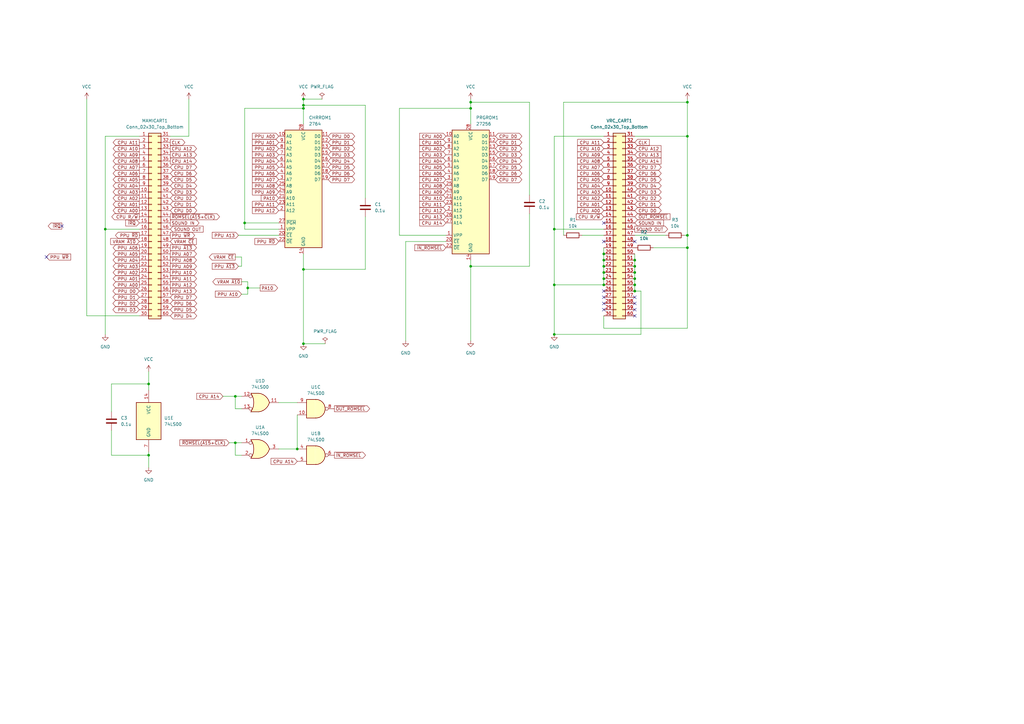
<source format=kicad_sch>
(kicad_sch (version 20230121) (generator eeschema)
  (paper "A3")
  (lib_symbols
    (symbol "74xx:74LS00" (pin_names (offset 1.016))
      (property "Reference" "U" (at 0 1.27 0))
      (property "Value" "74LS00" (at 0 -1.27 0))
      (symbol "74LS00_1_1"
        (arc (start 0 -3.81) (mid 3.7934 0) (end 0 3.81) (stroke (width 0.254)) (fill (type background)))
        (polyline (pts (xy 0 3.81) (xy -3.81 3.81) (xy -3.81 -3.81) (xy 0 -3.81)) (stroke (width 0.254)) (fill (type background)))
        (pin input line (at -7.62 2.54 0) (length 3.81) (name "~") (number "1"))
        (pin input line (at -7.62 -2.54 0) (length 3.81) (name "~") (number "2"))
        (pin output inverted (at 7.62 0 180) (length 3.81) (name "~") (number "3"))
      )
      (symbol "74LS00_1_2"
        (arc (start -3.81 -3.81) (mid -2.589 0) (end -3.81 3.81) (stroke (width 0.254)))
        (arc (start -0.6096 -3.81) (mid 2.1842 -2.5851) (end 3.81 0) (stroke (width 0.254)) (fill (type background)))
        (polyline (pts (xy -3.81 -3.81) (xy -0.635 -3.81)) (stroke (width 0.254)) (fill (type background)))
        (polyline (pts (xy -3.81 3.81) (xy -0.635 3.81)) (stroke (width 0.254)) (fill (type background)))
        (polyline (pts (xy -0.635 3.81) (xy -3.81 3.81) (xy -3.81 3.81) (xy -3.556 3.4036) (xy -3.0226 2.2606) (xy -2.6924 1.0414) (xy -2.6162 -0.254) (xy -2.7686 -1.4986) (xy -3.175 -2.7178) (xy -3.81 -3.81) (xy -3.81 -3.81) (xy -0.635 -3.81)) (stroke (width -25.4)) (fill (type background)))
        (arc (start 3.81 0) (mid 2.1915 2.5936) (end -0.6096 3.81) (stroke (width 0.254)) (fill (type background)))
        (pin input inverted (at -7.62 2.54 0) (length 4.318) (name "~") (number "1"))
        (pin input inverted (at -7.62 -2.54 0) (length 4.318) (name "~") (number "2"))
        (pin output line (at 7.62 0 180) (length 3.81) (name "~") (number "3"))
      )
      (symbol "74LS00_2_1"
        (arc (start 0 -3.81) (mid 3.7934 0) (end 0 3.81) (stroke (width 0.254)) (fill (type background)))
        (polyline (pts (xy 0 3.81) (xy -3.81 3.81) (xy -3.81 -3.81) (xy 0 -3.81)) (stroke (width 0.254)) (fill (type background)))
        (pin input line (at -7.62 2.54 0) (length 3.81) (name "~") (number "4"))
        (pin input line (at -7.62 -2.54 0) (length 3.81) (name "~") (number "5"))
        (pin output inverted (at 7.62 0 180) (length 3.81) (name "~") (number "6"))
      )
      (symbol "74LS00_2_2"
        (arc (start -3.81 -3.81) (mid -2.589 0) (end -3.81 3.81) (stroke (width 0.254)))
        (arc (start -0.6096 -3.81) (mid 2.1842 -2.5851) (end 3.81 0) (stroke (width 0.254)) (fill (type background)))
        (polyline (pts (xy -3.81 -3.81) (xy -0.635 -3.81)) (stroke (width 0.254)) (fill (type background)))
        (polyline (pts (xy -3.81 3.81) (xy -0.635 3.81)) (stroke (width 0.254)) (fill (type background)))
        (polyline (pts (xy -0.635 3.81) (xy -3.81 3.81) (xy -3.81 3.81) (xy -3.556 3.4036) (xy -3.0226 2.2606) (xy -2.6924 1.0414) (xy -2.6162 -0.254) (xy -2.7686 -1.4986) (xy -3.175 -2.7178) (xy -3.81 -3.81) (xy -3.81 -3.81) (xy -0.635 -3.81)) (stroke (width -25.4)) (fill (type background)))
        (arc (start 3.81 0) (mid 2.1915 2.5936) (end -0.6096 3.81) (stroke (width 0.254)) (fill (type background)))
        (pin input inverted (at -7.62 2.54 0) (length 4.318) (name "~") (number "4"))
        (pin input inverted (at -7.62 -2.54 0) (length 4.318) (name "~") (number "5"))
        (pin output line (at 7.62 0 180) (length 3.81) (name "~") (number "6"))
      )
      (symbol "74LS00_3_1"
        (arc (start 0 -3.81) (mid 3.7934 0) (end 0 3.81) (stroke (width 0.254)) (fill (type background)))
        (polyline (pts (xy 0 3.81) (xy -3.81 3.81) (xy -3.81 -3.81) (xy 0 -3.81)) (stroke (width 0.254)) (fill (type background)))
        (pin input line (at -7.62 -2.54 0) (length 3.81) (name "~") (number "10"))
        (pin output inverted (at 7.62 0 180) (length 3.81) (name "~") (number "8"))
        (pin input line (at -7.62 2.54 0) (length 3.81) (name "~") (number "9"))
      )
      (symbol "74LS00_3_2"
        (arc (start -3.81 -3.81) (mid -2.589 0) (end -3.81 3.81) (stroke (width 0.254)))
        (arc (start -0.6096 -3.81) (mid 2.1842 -2.5851) (end 3.81 0) (stroke (width 0.254)) (fill (type background)))
        (polyline (pts (xy -3.81 -3.81) (xy -0.635 -3.81)) (stroke (width 0.254)) (fill (type background)))
        (polyline (pts (xy -3.81 3.81) (xy -0.635 3.81)) (stroke (width 0.254)) (fill (type background)))
        (polyline (pts (xy -0.635 3.81) (xy -3.81 3.81) (xy -3.81 3.81) (xy -3.556 3.4036) (xy -3.0226 2.2606) (xy -2.6924 1.0414) (xy -2.6162 -0.254) (xy -2.7686 -1.4986) (xy -3.175 -2.7178) (xy -3.81 -3.81) (xy -3.81 -3.81) (xy -0.635 -3.81)) (stroke (width -25.4)) (fill (type background)))
        (arc (start 3.81 0) (mid 2.1915 2.5936) (end -0.6096 3.81) (stroke (width 0.254)) (fill (type background)))
        (pin input inverted (at -7.62 -2.54 0) (length 4.318) (name "~") (number "10"))
        (pin output line (at 7.62 0 180) (length 3.81) (name "~") (number "8"))
        (pin input inverted (at -7.62 2.54 0) (length 4.318) (name "~") (number "9"))
      )
      (symbol "74LS00_4_1"
        (arc (start 0 -3.81) (mid 3.7934 0) (end 0 3.81) (stroke (width 0.254)) (fill (type background)))
        (polyline (pts (xy 0 3.81) (xy -3.81 3.81) (xy -3.81 -3.81) (xy 0 -3.81)) (stroke (width 0.254)) (fill (type background)))
        (pin output inverted (at 7.62 0 180) (length 3.81) (name "~") (number "11"))
        (pin input line (at -7.62 2.54 0) (length 3.81) (name "~") (number "12"))
        (pin input line (at -7.62 -2.54 0) (length 3.81) (name "~") (number "13"))
      )
      (symbol "74LS00_4_2"
        (arc (start -3.81 -3.81) (mid -2.589 0) (end -3.81 3.81) (stroke (width 0.254)))
        (arc (start -0.6096 -3.81) (mid 2.1842 -2.5851) (end 3.81 0) (stroke (width 0.254)) (fill (type background)))
        (polyline (pts (xy -3.81 -3.81) (xy -0.635 -3.81)) (stroke (width 0.254)) (fill (type background)))
        (polyline (pts (xy -3.81 3.81) (xy -0.635 3.81)) (stroke (width 0.254)) (fill (type background)))
        (polyline (pts (xy -0.635 3.81) (xy -3.81 3.81) (xy -3.81 3.81) (xy -3.556 3.4036) (xy -3.0226 2.2606) (xy -2.6924 1.0414) (xy -2.6162 -0.254) (xy -2.7686 -1.4986) (xy -3.175 -2.7178) (xy -3.81 -3.81) (xy -3.81 -3.81) (xy -0.635 -3.81)) (stroke (width -25.4)) (fill (type background)))
        (arc (start 3.81 0) (mid 2.1915 2.5936) (end -0.6096 3.81) (stroke (width 0.254)) (fill (type background)))
        (pin output line (at 7.62 0 180) (length 3.81) (name "~") (number "11"))
        (pin input inverted (at -7.62 2.54 0) (length 4.318) (name "~") (number "12"))
        (pin input inverted (at -7.62 -2.54 0) (length 4.318) (name "~") (number "13"))
      )
      (symbol "74LS00_5_0"
        (pin power_in line (at 0 12.7 270) (length 5.08) (name "VCC") (number "14"))
        (pin power_in line (at 0 -12.7 90) (length 5.08) (name "GND") (number "7"))
      )
      (symbol "74LS00_5_1"
        (rectangle (start -5.08 7.62) (end 5.08 -7.62) (stroke (width 0.254)) (fill (type background)))
      )
    )
    (symbol "Connector_Generic:Conn_02x30_Top_Bottom" (pin_names (offset 1.016) hide)
      (property "Reference" "J" (at 1.27 38.1 0))
      (property "Value" "Conn_02x30_Top_Bottom" (at 1.27 -40.64 0))
      (symbol "Conn_02x30_Top_Bottom_1_1"
        (rectangle (start -1.27 -37.973) (end 0 -38.227) (stroke (width 0.1524)))
        (rectangle (start -1.27 -35.433) (end 0 -35.687) (stroke (width 0.1524)))
        (rectangle (start -1.27 -32.893) (end 0 -33.147) (stroke (width 0.1524)))
        (rectangle (start -1.27 -30.353) (end 0 -30.607) (stroke (width 0.1524)))
        (rectangle (start -1.27 -27.813) (end 0 -28.067) (stroke (width 0.1524)))
        (rectangle (start -1.27 -25.273) (end 0 -25.527) (stroke (width 0.1524)))
        (rectangle (start -1.27 -22.733) (end 0 -22.987) (stroke (width 0.1524)))
        (rectangle (start -1.27 -20.193) (end 0 -20.447) (stroke (width 0.1524)))
        (rectangle (start -1.27 -17.653) (end 0 -17.907) (stroke (width 0.1524)))
        (rectangle (start -1.27 -15.113) (end 0 -15.367) (stroke (width 0.1524)))
        (rectangle (start -1.27 -12.573) (end 0 -12.827) (stroke (width 0.1524)))
        (rectangle (start -1.27 -10.033) (end 0 -10.287) (stroke (width 0.1524)))
        (rectangle (start -1.27 -7.493) (end 0 -7.747) (stroke (width 0.1524)))
        (rectangle (start -1.27 -4.953) (end 0 -5.207) (stroke (width 0.1524)))
        (rectangle (start -1.27 -2.413) (end 0 -2.667) (stroke (width 0.1524)))
        (rectangle (start -1.27 0.127) (end 0 -0.127) (stroke (width 0.1524)))
        (rectangle (start -1.27 2.667) (end 0 2.413) (stroke (width 0.1524)))
        (rectangle (start -1.27 5.207) (end 0 4.953) (stroke (width 0.1524)))
        (rectangle (start -1.27 7.747) (end 0 7.493) (stroke (width 0.1524)))
        (rectangle (start -1.27 10.287) (end 0 10.033) (stroke (width 0.1524)))
        (rectangle (start -1.27 12.827) (end 0 12.573) (stroke (width 0.1524)))
        (rectangle (start -1.27 15.367) (end 0 15.113) (stroke (width 0.1524)))
        (rectangle (start -1.27 17.907) (end 0 17.653) (stroke (width 0.1524)))
        (rectangle (start -1.27 20.447) (end 0 20.193) (stroke (width 0.1524)))
        (rectangle (start -1.27 22.987) (end 0 22.733) (stroke (width 0.1524)))
        (rectangle (start -1.27 25.527) (end 0 25.273) (stroke (width 0.1524)))
        (rectangle (start -1.27 28.067) (end 0 27.813) (stroke (width 0.1524)))
        (rectangle (start -1.27 30.607) (end 0 30.353) (stroke (width 0.1524)))
        (rectangle (start -1.27 33.147) (end 0 32.893) (stroke (width 0.1524)))
        (rectangle (start -1.27 35.687) (end 0 35.433) (stroke (width 0.1524)))
        (rectangle (start -1.27 36.83) (end 3.81 -39.37) (stroke (width 0.254)) (fill (type background)))
        (rectangle (start 3.81 -37.973) (end 2.54 -38.227) (stroke (width 0.1524)))
        (rectangle (start 3.81 -35.433) (end 2.54 -35.687) (stroke (width 0.1524)))
        (rectangle (start 3.81 -32.893) (end 2.54 -33.147) (stroke (width 0.1524)))
        (rectangle (start 3.81 -30.353) (end 2.54 -30.607) (stroke (width 0.1524)))
        (rectangle (start 3.81 -27.813) (end 2.54 -28.067) (stroke (width 0.1524)))
        (rectangle (start 3.81 -25.273) (end 2.54 -25.527) (stroke (width 0.1524)))
        (rectangle (start 3.81 -22.733) (end 2.54 -22.987) (stroke (width 0.1524)))
        (rectangle (start 3.81 -20.193) (end 2.54 -20.447) (stroke (width 0.1524)))
        (rectangle (start 3.81 -17.653) (end 2.54 -17.907) (stroke (width 0.1524)))
        (rectangle (start 3.81 -15.113) (end 2.54 -15.367) (stroke (width 0.1524)))
        (rectangle (start 3.81 -12.573) (end 2.54 -12.827) (stroke (width 0.1524)))
        (rectangle (start 3.81 -10.033) (end 2.54 -10.287) (stroke (width 0.1524)))
        (rectangle (start 3.81 -7.493) (end 2.54 -7.747) (stroke (width 0.1524)))
        (rectangle (start 3.81 -4.953) (end 2.54 -5.207) (stroke (width 0.1524)))
        (rectangle (start 3.81 -2.413) (end 2.54 -2.667) (stroke (width 0.1524)))
        (rectangle (start 3.81 0.127) (end 2.54 -0.127) (stroke (width 0.1524)))
        (rectangle (start 3.81 2.667) (end 2.54 2.413) (stroke (width 0.1524)))
        (rectangle (start 3.81 5.207) (end 2.54 4.953) (stroke (width 0.1524)))
        (rectangle (start 3.81 7.747) (end 2.54 7.493) (stroke (width 0.1524)))
        (rectangle (start 3.81 10.287) (end 2.54 10.033) (stroke (width 0.1524)))
        (rectangle (start 3.81 12.827) (end 2.54 12.573) (stroke (width 0.1524)))
        (rectangle (start 3.81 15.367) (end 2.54 15.113) (stroke (width 0.1524)))
        (rectangle (start 3.81 17.907) (end 2.54 17.653) (stroke (width 0.1524)))
        (rectangle (start 3.81 20.447) (end 2.54 20.193) (stroke (width 0.1524)))
        (rectangle (start 3.81 22.987) (end 2.54 22.733) (stroke (width 0.1524)))
        (rectangle (start 3.81 25.527) (end 2.54 25.273) (stroke (width 0.1524)))
        (rectangle (start 3.81 28.067) (end 2.54 27.813) (stroke (width 0.1524)))
        (rectangle (start 3.81 30.607) (end 2.54 30.353) (stroke (width 0.1524)))
        (rectangle (start 3.81 33.147) (end 2.54 32.893) (stroke (width 0.1524)))
        (rectangle (start 3.81 35.687) (end 2.54 35.433) (stroke (width 0.1524)))
        (pin passive line (at -5.08 35.56 0) (length 3.81) (name "Pin_1") (number "1"))
        (pin passive line (at -5.08 12.7 0) (length 3.81) (name "Pin_10") (number "10"))
        (pin passive line (at -5.08 10.16 0) (length 3.81) (name "Pin_11") (number "11"))
        (pin passive line (at -5.08 7.62 0) (length 3.81) (name "Pin_12") (number "12"))
        (pin passive line (at -5.08 5.08 0) (length 3.81) (name "Pin_13") (number "13"))
        (pin passive line (at -5.08 2.54 0) (length 3.81) (name "Pin_14") (number "14"))
        (pin passive line (at -5.08 0 0) (length 3.81) (name "Pin_15") (number "15"))
        (pin passive line (at -5.08 -2.54 0) (length 3.81) (name "Pin_16") (number "16"))
        (pin passive line (at -5.08 -5.08 0) (length 3.81) (name "Pin_17") (number "17"))
        (pin passive line (at -5.08 -7.62 0) (length 3.81) (name "Pin_18") (number "18"))
        (pin passive line (at -5.08 -10.16 0) (length 3.81) (name "Pin_19") (number "19"))
        (pin passive line (at -5.08 33.02 0) (length 3.81) (name "Pin_2") (number "2"))
        (pin passive line (at -5.08 -12.7 0) (length 3.81) (name "Pin_20") (number "20"))
        (pin passive line (at -5.08 -15.24 0) (length 3.81) (name "Pin_21") (number "21"))
        (pin passive line (at -5.08 -17.78 0) (length 3.81) (name "Pin_22") (number "22"))
        (pin passive line (at -5.08 -20.32 0) (length 3.81) (name "Pin_23") (number "23"))
        (pin passive line (at -5.08 -22.86 0) (length 3.81) (name "Pin_24") (number "24"))
        (pin passive line (at -5.08 -25.4 0) (length 3.81) (name "Pin_25") (number "25"))
        (pin passive line (at -5.08 -27.94 0) (length 3.81) (name "Pin_26") (number "26"))
        (pin passive line (at -5.08 -30.48 0) (length 3.81) (name "Pin_27") (number "27"))
        (pin passive line (at -5.08 -33.02 0) (length 3.81) (name "Pin_28") (number "28"))
        (pin passive line (at -5.08 -35.56 0) (length 3.81) (name "Pin_29") (number "29"))
        (pin passive line (at -5.08 30.48 0) (length 3.81) (name "Pin_3") (number "3"))
        (pin passive line (at -5.08 -38.1 0) (length 3.81) (name "Pin_30") (number "30"))
        (pin passive line (at 7.62 35.56 180) (length 3.81) (name "Pin_31") (number "31"))
        (pin passive line (at 7.62 33.02 180) (length 3.81) (name "Pin_32") (number "32"))
        (pin passive line (at 7.62 30.48 180) (length 3.81) (name "Pin_33") (number "33"))
        (pin passive line (at 7.62 27.94 180) (length 3.81) (name "Pin_34") (number "34"))
        (pin passive line (at 7.62 25.4 180) (length 3.81) (name "Pin_35") (number "35"))
        (pin passive line (at 7.62 22.86 180) (length 3.81) (name "Pin_36") (number "36"))
        (pin passive line (at 7.62 20.32 180) (length 3.81) (name "Pin_37") (number "37"))
        (pin passive line (at 7.62 17.78 180) (length 3.81) (name "Pin_38") (number "38"))
        (pin passive line (at 7.62 15.24 180) (length 3.81) (name "Pin_39") (number "39"))
        (pin passive line (at -5.08 27.94 0) (length 3.81) (name "Pin_4") (number "4"))
        (pin passive line (at 7.62 12.7 180) (length 3.81) (name "Pin_40") (number "40"))
        (pin passive line (at 7.62 10.16 180) (length 3.81) (name "Pin_41") (number "41"))
        (pin passive line (at 7.62 7.62 180) (length 3.81) (name "Pin_42") (number "42"))
        (pin passive line (at 7.62 5.08 180) (length 3.81) (name "Pin_43") (number "43"))
        (pin passive line (at 7.62 2.54 180) (length 3.81) (name "Pin_44") (number "44"))
        (pin passive line (at 7.62 0 180) (length 3.81) (name "Pin_45") (number "45"))
        (pin passive line (at 7.62 -2.54 180) (length 3.81) (name "Pin_46") (number "46"))
        (pin passive line (at 7.62 -5.08 180) (length 3.81) (name "Pin_47") (number "47"))
        (pin passive line (at 7.62 -7.62 180) (length 3.81) (name "Pin_48") (number "48"))
        (pin passive line (at 7.62 -10.16 180) (length 3.81) (name "Pin_49") (number "49"))
        (pin passive line (at -5.08 25.4 0) (length 3.81) (name "Pin_5") (number "5"))
        (pin passive line (at 7.62 -12.7 180) (length 3.81) (name "Pin_50") (number "50"))
        (pin passive line (at 7.62 -15.24 180) (length 3.81) (name "Pin_51") (number "51"))
        (pin passive line (at 7.62 -17.78 180) (length 3.81) (name "Pin_52") (number "52"))
        (pin passive line (at 7.62 -20.32 180) (length 3.81) (name "Pin_53") (number "53"))
        (pin passive line (at 7.62 -22.86 180) (length 3.81) (name "Pin_54") (number "54"))
        (pin passive line (at 7.62 -25.4 180) (length 3.81) (name "Pin_55") (number "55"))
        (pin passive line (at 7.62 -27.94 180) (length 3.81) (name "Pin_56") (number "56"))
        (pin passive line (at 7.62 -30.48 180) (length 3.81) (name "Pin_57") (number "57"))
        (pin passive line (at 7.62 -33.02 180) (length 3.81) (name "Pin_58") (number "58"))
        (pin passive line (at 7.62 -35.56 180) (length 3.81) (name "Pin_59") (number "59"))
        (pin passive line (at -5.08 22.86 0) (length 3.81) (name "Pin_6") (number "6"))
        (pin passive line (at 7.62 -38.1 180) (length 3.81) (name "Pin_60") (number "60"))
        (pin passive line (at -5.08 20.32 0) (length 3.81) (name "Pin_7") (number "7"))
        (pin passive line (at -5.08 17.78 0) (length 3.81) (name "Pin_8") (number "8"))
        (pin passive line (at -5.08 15.24 0) (length 3.81) (name "Pin_9") (number "9"))
      )
    )
    (symbol "Device:C" (pin_numbers hide) (pin_names (offset 0.254))
      (property "Reference" "C" (at 0.635 2.54 0))
      (property "Value" "C" (at 0.635 -2.54 0))
      (symbol "C_0_1"
        (polyline (pts (xy -2.032 -0.762) (xy 2.032 -0.762)) (stroke (width 0.508)))
        (polyline (pts (xy -2.032 0.762) (xy 2.032 0.762)) (stroke (width 0.508)))
      )
      (symbol "C_1_1"
        (pin passive line (at 0 3.81 270) (length 2.794) (name "~") (number "1"))
        (pin passive line (at 0 -3.81 90) (length 2.794) (name "~") (number "2"))
      )
    )
    (symbol "Device:R" (pin_numbers hide) (pin_names (offset 0))
      (property "Reference" "R" (at 2.032 0 90))
      (property "Value" "R" (at 0 0 90))
      (symbol "R_0_1"
        (rectangle (start -1.016 -2.54) (end 1.016 2.54) (stroke (width 0.254)))
      )
      (symbol "R_1_1"
        (pin passive line (at 0 3.81 270) (length 1.27) (name "~") (number "1"))
        (pin passive line (at 0 -3.81 90) (length 1.27) (name "~") (number "2"))
      )
    )
    (symbol "Memory_EPROM:27256"
      (property "Reference" "U" (at -7.62 26.67 0))
      (property "Value" "27256" (at 2.54 -26.67 0))
      (symbol "27256_1_1"
        (rectangle (start -7.62 25.4) (end 7.62 -25.4) (stroke (width 0.254)) (fill (type background)))
        (pin input line (at -10.16 -17.78 0) (length 2.54) (name "VPP") (number "1"))
        (pin input line (at -10.16 22.86 0) (length 2.54) (name "A0") (number "10"))
        (pin tri_state line (at 10.16 22.86 180) (length 2.54) (name "D0") (number "11"))
        (pin tri_state line (at 10.16 20.32 180) (length 2.54) (name "D1") (number "12"))
        (pin tri_state line (at 10.16 17.78 180) (length 2.54) (name "D2") (number "13"))
        (pin power_in line (at 0 -27.94 90) (length 2.54) (name "GND") (number "14"))
        (pin tri_state line (at 10.16 15.24 180) (length 2.54) (name "D3") (number "15"))
        (pin tri_state line (at 10.16 12.7 180) (length 2.54) (name "D4") (number "16"))
        (pin tri_state line (at 10.16 10.16 180) (length 2.54) (name "D5") (number "17"))
        (pin tri_state line (at 10.16 7.62 180) (length 2.54) (name "D6") (number "18"))
        (pin tri_state line (at 10.16 5.08 180) (length 2.54) (name "D7") (number "19"))
        (pin input line (at -10.16 -7.62 0) (length 2.54) (name "A12") (number "2"))
        (pin input line (at -10.16 -20.32 0) (length 2.54) (name "~{CE}") (number "20"))
        (pin input line (at -10.16 -2.54 0) (length 2.54) (name "A10") (number "21"))
        (pin input line (at -10.16 -22.86 0) (length 2.54) (name "~{OE}") (number "22"))
        (pin input line (at -10.16 -5.08 0) (length 2.54) (name "A11") (number "23"))
        (pin input line (at -10.16 0 0) (length 2.54) (name "A9") (number "24"))
        (pin input line (at -10.16 2.54 0) (length 2.54) (name "A8") (number "25"))
        (pin input line (at -10.16 -10.16 0) (length 2.54) (name "A13") (number "26"))
        (pin input line (at -10.16 -12.7 0) (length 2.54) (name "A14") (number "27"))
        (pin power_in line (at 0 27.94 270) (length 2.54) (name "VCC") (number "28"))
        (pin input line (at -10.16 5.08 0) (length 2.54) (name "A7") (number "3"))
        (pin input line (at -10.16 7.62 0) (length 2.54) (name "A6") (number "4"))
        (pin input line (at -10.16 10.16 0) (length 2.54) (name "A5") (number "5"))
        (pin input line (at -10.16 12.7 0) (length 2.54) (name "A4") (number "6"))
        (pin input line (at -10.16 15.24 0) (length 2.54) (name "A3") (number "7"))
        (pin input line (at -10.16 17.78 0) (length 2.54) (name "A2") (number "8"))
        (pin input line (at -10.16 20.32 0) (length 2.54) (name "A1") (number "9"))
      )
    )
    (symbol "Memory_EPROM:2764"
      (property "Reference" "U" (at -7.62 24.13 0))
      (property "Value" "2764" (at 2.54 -26.67 0))
      (symbol "2764_1_1"
        (rectangle (start -7.62 22.86) (end 7.62 -25.4) (stroke (width 0.254)) (fill (type background)))
        (pin input line (at -10.16 -17.78 0) (length 2.54) (name "VPP") (number "1"))
        (pin input line (at -10.16 20.32 0) (length 2.54) (name "A0") (number "10"))
        (pin tri_state line (at 10.16 20.32 180) (length 2.54) (name "D0") (number "11"))
        (pin tri_state line (at 10.16 17.78 180) (length 2.54) (name "D1") (number "12"))
        (pin tri_state line (at 10.16 15.24 180) (length 2.54) (name "D2") (number "13"))
        (pin power_in line (at 0 -27.94 90) (length 2.54) (name "GND") (number "14"))
        (pin tri_state line (at 10.16 12.7 180) (length 2.54) (name "D3") (number "15"))
        (pin tri_state line (at 10.16 10.16 180) (length 2.54) (name "D4") (number "16"))
        (pin tri_state line (at 10.16 7.62 180) (length 2.54) (name "D5") (number "17"))
        (pin tri_state line (at 10.16 5.08 180) (length 2.54) (name "D6") (number "18"))
        (pin tri_state line (at 10.16 2.54 180) (length 2.54) (name "D7") (number "19"))
        (pin input line (at -10.16 -10.16 0) (length 2.54) (name "A12") (number "2"))
        (pin input line (at -10.16 -20.32 0) (length 2.54) (name "~{CE}") (number "20"))
        (pin input line (at -10.16 -5.08 0) (length 2.54) (name "A10") (number "21"))
        (pin input line (at -10.16 -22.86 0) (length 2.54) (name "~{OE}") (number "22"))
        (pin input line (at -10.16 -7.62 0) (length 2.54) (name "A11") (number "23"))
        (pin input line (at -10.16 -2.54 0) (length 2.54) (name "A9") (number "24"))
        (pin input line (at -10.16 0 0) (length 2.54) (name "A8") (number "25"))
        (pin no_connect line (at 7.62 0 180) (length 2.54) hide (name "NC") (number "26"))
        (pin input line (at -10.16 -15.24 0) (length 2.54) (name "~{PGM}") (number "27"))
        (pin power_in line (at 0 25.4 270) (length 2.54) (name "VCC") (number "28"))
        (pin input line (at -10.16 2.54 0) (length 2.54) (name "A7") (number "3"))
        (pin input line (at -10.16 5.08 0) (length 2.54) (name "A6") (number "4"))
        (pin input line (at -10.16 7.62 0) (length 2.54) (name "A5") (number "5"))
        (pin input line (at -10.16 10.16 0) (length 2.54) (name "A4") (number "6"))
        (pin input line (at -10.16 12.7 0) (length 2.54) (name "A3") (number "7"))
        (pin input line (at -10.16 15.24 0) (length 2.54) (name "A2") (number "8"))
        (pin input line (at -10.16 17.78 0) (length 2.54) (name "A1") (number "9"))
      )
    )
    (symbol "power:GND" (power) (pin_names (offset 0))
      (property "Value" "GND" (at 0 -3.81 0))
      (symbol "GND_0_1"
        (polyline (pts (xy 0 0) (xy 0 -1.27) (xy 1.27 -1.27) (xy 0 -2.54) (xy -1.27 -1.27) (xy 0 -1.27)))
      )
      (symbol "GND_1_1"
        (pin power_in line (at 0 0 270) (length 0) hide (name "GND") (number "1"))
      )
    )
    (symbol "power:PWR_FLAG" (power) (pin_numbers hide) (pin_names (offset 0) hide)
      (property "Value" "PWR_FLAG" (at 0 3.81 0))
      (symbol "PWR_FLAG_0_0"
        (pin power_out line (at 0 0 90) (length 0) (name "pwr") (number "1"))
      )
      (symbol "PWR_FLAG_0_1"
        (polyline (pts (xy 0 0) (xy 0 1.27) (xy -1.016 1.905) (xy 0 2.54) (xy 1.016 1.905) (xy 0 1.27)))
      )
    )
    (symbol "power:VCC" (power) (pin_names (offset 0))
      (property "Value" "VCC" (at 0 3.81 0))
      (symbol "VCC_0_1"
        (polyline (pts (xy -0.762 1.27) (xy 0 2.54)))
        (polyline (pts (xy 0 0) (xy 0 2.54)))
        (polyline (pts (xy 0 2.54) (xy 0.762 1.27)))
      )
      (symbol "VCC_1_1"
        (pin power_in line (at 0 0 90) (length 0) hide (name "VCC") (number "1"))
      )
    )
  )
  (junction (at 260.35 119.38))
  (junction (at 121.92 184.15))
  (junction (at 227.33 137.16))
  (junction (at 96.52 162.56))
  (junction (at 247.65 116.84))
  (junction (at 100.33 91.44))
  (junction (at 227.33 93.98))
  (junction (at 281.94 41.91))
  (junction (at 281.94 101.6))
  (junction (at 60.96 186.69))
  (junction (at 281.94 55.88))
  (junction (at 96.52 181.61))
  (junction (at 247.65 109.22))
  (junction (at 60.96 157.48))
  (junction (at 247.65 106.68))
  (junction (at 260.35 111.76))
  (junction (at 101.6 118.11))
  (junction (at 260.35 116.84))
  (junction (at 124.46 43.18))
  (junction (at 193.04 41.91))
  (junction (at 124.46 40.64))
  (junction (at 247.65 104.14))
  (junction (at 124.46 110.49))
  (junction (at 193.04 44.45))
  (junction (at 124.46 44.45))
  (junction (at 260.35 109.22))
  (junction (at 193.04 109.22))
  (junction (at 43.18 93.98))
  (junction (at 281.94 96.52))
  (junction (at 247.65 111.76))
  (junction (at 227.33 116.84))
  (junction (at 124.46 140.97))
  (junction (at 247.65 114.3))
  (junction (at 260.35 106.68))
  (junction (at 260.35 114.3))
  (no_connect (at 260.35 121.92))
  (no_connect (at 247.65 127))
  (no_connect (at 247.65 91.44))
  (no_connect (at 260.35 124.46))
  (no_connect (at 247.65 121.92))
  (no_connect (at 25.4 92.71))
  (no_connect (at 260.35 127))
  (no_connect (at 247.65 99.06))
  (no_connect (at 260.35 99.06))
  (no_connect (at 247.65 124.46))
  (no_connect (at 19.05 105.41))
  (no_connect (at 260.35 129.54))
  (no_connect (at 247.65 119.38))
  (wire (pts (xy 247.65 111.76) (xy 247.65 114.3)))
  (wire (pts (xy 97.79 96.52) (xy 114.3 96.52)))
  (wire (pts (xy 260.35 116.84) (xy 260.35 119.38)))
  (wire (pts (xy 124.46 44.45) (xy 124.46 50.8)))
  (wire (pts (xy 43.18 55.88) (xy 57.15 55.88)))
  (wire (pts (xy 231.14 41.91) (xy 281.94 41.91)))
  (wire (pts (xy 121.92 170.18) (xy 121.92 184.15)))
  (wire (pts (xy 60.96 152.4) (xy 60.96 157.48)))
  (wire (pts (xy 217.17 41.91) (xy 193.04 41.91)))
  (wire (pts (xy 193.04 139.7) (xy 193.04 109.22)))
  (wire (pts (xy 238.76 96.52) (xy 247.65 96.52)))
  (wire (pts (xy 166.37 99.06) (xy 166.37 139.7)))
  (wire (pts (xy 43.18 93.98) (xy 57.15 93.98)))
  (wire (pts (xy 163.83 44.45) (xy 163.83 96.52)))
  (wire (pts (xy 281.94 41.91) (xy 281.94 55.88)))
  (wire (pts (xy 227.33 93.98) (xy 247.65 93.98)))
  (wire (pts (xy 101.6 115.57) (xy 101.6 118.11)))
  (wire (pts (xy 35.56 40.64) (xy 35.56 129.54)))
  (wire (pts (xy 124.46 40.64) (xy 132.08 40.64)))
  (wire (pts (xy 45.72 186.69) (xy 60.96 186.69)))
  (wire (pts (xy 100.33 91.44) (xy 100.33 44.45)))
  (wire (pts (xy 96.52 105.41) (xy 99.06 105.41)))
  (wire (pts (xy 60.96 186.69) (xy 60.96 185.42)))
  (wire (pts (xy 96.52 162.56) (xy 99.06 162.56)))
  (wire (pts (xy 100.33 93.98) (xy 100.33 91.44)))
  (wire (pts (xy 281.94 96.52) (xy 281.94 55.88)))
  (wire (pts (xy 247.65 104.14) (xy 247.65 106.68)))
  (wire (pts (xy 217.17 80.01) (xy 217.17 41.91)))
  (wire (pts (xy 124.46 40.64) (xy 124.46 43.18)))
  (wire (pts (xy 149.86 110.49) (xy 124.46 110.49)))
  (wire (pts (xy 149.86 43.18) (xy 149.86 81.28)))
  (wire (pts (xy 281.94 134.62) (xy 281.94 101.6)))
  (wire (pts (xy 260.35 119.38) (xy 262.89 119.38)))
  (wire (pts (xy 217.17 87.63) (xy 217.17 109.22)))
  (wire (pts (xy 227.33 55.88) (xy 247.65 55.88)))
  (wire (pts (xy 149.86 88.9) (xy 149.86 110.49)))
  (wire (pts (xy 96.52 162.56) (xy 96.52 167.64)))
  (wire (pts (xy 114.3 165.1) (xy 121.92 165.1)))
  (wire (pts (xy 77.47 40.64) (xy 77.47 55.88)))
  (wire (pts (xy 193.04 41.91) (xy 193.04 40.64)))
  (wire (pts (xy 99.06 120.65) (xy 101.6 120.65)))
  (wire (pts (xy 96.52 181.61) (xy 96.52 186.69)))
  (wire (pts (xy 114.3 184.15) (xy 121.92 184.15)))
  (wire (pts (xy 124.46 140.97) (xy 124.46 110.49)))
  (wire (pts (xy 101.6 118.11) (xy 101.6 120.65)))
  (wire (pts (xy 100.33 91.44) (xy 114.3 91.44)))
  (wire (pts (xy 96.52 181.61) (xy 99.06 181.61)))
  (wire (pts (xy 260.35 55.88) (xy 281.94 55.88)))
  (wire (pts (xy 99.06 105.41) (xy 99.06 109.22)))
  (wire (pts (xy 247.65 114.3) (xy 247.65 116.84)))
  (wire (pts (xy 247.65 134.62) (xy 281.94 134.62)))
  (wire (pts (xy 77.47 55.88) (xy 69.85 55.88)))
  (wire (pts (xy 247.65 101.6) (xy 247.65 104.14)))
  (wire (pts (xy 280.67 96.52) (xy 281.94 96.52)))
  (wire (pts (xy 260.35 106.68) (xy 260.35 109.22)))
  (wire (pts (xy 124.46 140.97) (xy 133.35 140.97)))
  (wire (pts (xy 149.86 43.18) (xy 124.46 43.18)))
  (wire (pts (xy 35.56 129.54) (xy 57.15 129.54)))
  (wire (pts (xy 124.46 43.18) (xy 124.46 44.45)))
  (wire (pts (xy 262.89 137.16) (xy 227.33 137.16)))
  (wire (pts (xy 43.18 137.16) (xy 43.18 93.98)))
  (wire (pts (xy 101.6 118.11) (xy 106.68 118.11)))
  (wire (pts (xy 260.35 109.22) (xy 260.35 111.76)))
  (wire (pts (xy 100.33 44.45) (xy 124.46 44.45)))
  (wire (pts (xy 281.94 101.6) (xy 281.94 96.52)))
  (wire (pts (xy 281.94 40.64) (xy 281.94 41.91)))
  (wire (pts (xy 247.65 106.68) (xy 247.65 109.22)))
  (wire (pts (xy 114.3 93.98) (xy 100.33 93.98)))
  (wire (pts (xy 260.35 104.14) (xy 260.35 106.68)))
  (wire (pts (xy 247.65 129.54) (xy 247.65 134.62)))
  (wire (pts (xy 99.06 186.69) (xy 96.52 186.69)))
  (wire (pts (xy 91.44 162.56) (xy 96.52 162.56)))
  (wire (pts (xy 193.04 44.45) (xy 193.04 41.91)))
  (wire (pts (xy 227.33 116.84) (xy 247.65 116.84)))
  (wire (pts (xy 182.88 99.06) (xy 166.37 99.06)))
  (wire (pts (xy 45.72 168.91) (xy 45.72 157.48)))
  (wire (pts (xy 93.98 181.61) (xy 96.52 181.61)))
  (wire (pts (xy 227.33 93.98) (xy 227.33 116.84)))
  (wire (pts (xy 96.52 167.64) (xy 99.06 167.64)))
  (wire (pts (xy 267.97 101.6) (xy 281.94 101.6)))
  (wire (pts (xy 182.88 96.52) (xy 163.83 96.52)))
  (wire (pts (xy 45.72 176.53) (xy 45.72 186.69)))
  (wire (pts (xy 260.35 114.3) (xy 260.35 116.84)))
  (wire (pts (xy 247.65 109.22) (xy 247.65 111.76)))
  (wire (pts (xy 60.96 157.48) (xy 60.96 160.02)))
  (wire (pts (xy 193.04 44.45) (xy 193.04 50.8)))
  (wire (pts (xy 262.89 119.38) (xy 262.89 137.16)))
  (wire (pts (xy 231.14 96.52) (xy 231.14 41.91)))
  (wire (pts (xy 60.96 191.77) (xy 60.96 186.69)))
  (wire (pts (xy 43.18 93.98) (xy 43.18 55.88)))
  (wire (pts (xy 217.17 109.22) (xy 193.04 109.22)))
  (wire (pts (xy 260.35 111.76) (xy 260.35 114.3)))
  (wire (pts (xy 99.06 115.57) (xy 101.6 115.57)))
  (wire (pts (xy 260.35 96.52) (xy 273.05 96.52)))
  (wire (pts (xy 124.46 110.49) (xy 124.46 104.14)))
  (wire (pts (xy 163.83 44.45) (xy 193.04 44.45)))
  (wire (pts (xy 227.33 116.84) (xy 227.33 137.16)))
  (wire (pts (xy 45.72 157.48) (xy 60.96 157.48)))
  (wire (pts (xy 193.04 109.22) (xy 193.04 106.68)))
  (wire (pts (xy 97.79 109.22) (xy 99.06 109.22)))
  (wire (pts (xy 227.33 55.88) (xy 227.33 93.98)))
  (global_label "CPU A10" (shape input) (at 247.65 60.96 180) (property "Intersheetrefs" "${INTERSHEET_REFS}" (effects hide)))
  (global_label "CPU A06" (shape output) (at 57.15 71.12 180) (property "Intersheetrefs" "${INTERSHEET_REFS}" (effects hide)))
  (global_label "PPU ~{WR}" (shape input) (at 19.05 105.41 0) (property "Intersheetrefs" "${INTERSHEET_REFS}" (effects hide)))
  (global_label "CPU A11" (shape input) (at 247.65 58.42 180) (property "Intersheetrefs" "${INTERSHEET_REFS}" (effects hide)))
  (global_label "CPU D4" (shape bidirectional) (at 69.85 76.2 0) (property "Intersheetrefs" "${INTERSHEET_REFS}" (effects hide)))
  (global_label "CPU D4" (shape bidirectional) (at 203.2 66.04 0) (property "Intersheetrefs" "${INTERSHEET_REFS}" (effects hide)))
  (global_label "~{IN_ROMSEL}" (shape output) (at 137.16 186.69 0) (property "Intersheetrefs" "${INTERSHEET_REFS}" (effects hide)))
  (global_label "CLK" (shape output) (at 69.85 58.42 0) (property "Intersheetrefs" "${INTERSHEET_REFS}" (effects hide)))
  (global_label "VRAM ~{A10}" (shape output) (at 99.06 115.57 180) (property "Intersheetrefs" "${INTERSHEET_REFS}" (effects hide)))
  (global_label "PPU D2" (shape bidirectional) (at 134.62 60.96 0) (property "Intersheetrefs" "${INTERSHEET_REFS}" (effects hide)))
  (global_label "CPU A09" (shape input) (at 247.65 63.5 180) (property "Intersheetrefs" "${INTERSHEET_REFS}" (effects hide)))
  (global_label "CPU A06" (shape input) (at 247.65 71.12 180) (property "Intersheetrefs" "${INTERSHEET_REFS}" (effects hide)))
  (global_label "~{IRQ}" (shape output) (at 25.4 92.71 180) (property "Intersheetrefs" "${INTERSHEET_REFS}" (effects hide)))
  (global_label "CPU A14" (shape input) (at 91.44 162.56 180) (property "Intersheetrefs" "${INTERSHEET_REFS}" (effects hide)))
  (global_label "CPU A08" (shape input) (at 182.88 76.2 180) (property "Intersheetrefs" "${INTERSHEET_REFS}" (effects hide)))
  (global_label "CPU A02" (shape input) (at 182.88 60.96 180) (property "Intersheetrefs" "${INTERSHEET_REFS}" (effects hide)))
  (global_label "PPU A08" (shape output) (at 69.85 106.68 0) (property "Intersheetrefs" "${INTERSHEET_REFS}" (effects hide)))
  (global_label "CPU D3" (shape bidirectional) (at 69.85 78.74 0) (property "Intersheetrefs" "${INTERSHEET_REFS}" (effects hide)))
  (global_label "PA10" (shape output) (at 106.68 118.11 0) (property "Intersheetrefs" "${INTERSHEET_REFS}" (effects hide)))
  (global_label "CPU A11" (shape output) (at 57.15 58.42 180) (property "Intersheetrefs" "${INTERSHEET_REFS}" (effects hide)))
  (global_label "CPU D5" (shape bidirectional) (at 69.85 73.66 0) (property "Intersheetrefs" "${INTERSHEET_REFS}" (effects hide)))
  (global_label "CPU A01" (shape input) (at 182.88 58.42 180) (property "Intersheetrefs" "${INTERSHEET_REFS}" (effects hide)))
  (global_label "CPU A14" (shape input) (at 260.35 66.04 0) (property "Intersheetrefs" "${INTERSHEET_REFS}" (effects hide)))
  (global_label "CPU A03" (shape input) (at 182.88 63.5 180) (property "Intersheetrefs" "${INTERSHEET_REFS}" (effects hide)))
  (global_label "CPU A05" (shape input) (at 182.88 68.58 180) (property "Intersheetrefs" "${INTERSHEET_REFS}" (effects hide)))
  (global_label "CPU D5" (shape bidirectional) (at 203.2 68.58 0) (property "Intersheetrefs" "${INTERSHEET_REFS}" (effects hide)))
  (global_label "CPU A05" (shape output) (at 57.15 73.66 180) (property "Intersheetrefs" "${INTERSHEET_REFS}" (effects hide)))
  (global_label "PPU D4" (shape bidirectional) (at 134.62 66.04 0) (property "Intersheetrefs" "${INTERSHEET_REFS}" (effects hide)))
  (global_label "CPU A04" (shape input) (at 182.88 66.04 180) (property "Intersheetrefs" "${INTERSHEET_REFS}" (effects hide)))
  (global_label "CPU A02" (shape input) (at 247.65 81.28 180) (property "Intersheetrefs" "${INTERSHEET_REFS}" (effects hide)))
  (global_label "CPU A00" (shape input) (at 247.65 86.36 180) (property "Intersheetrefs" "${INTERSHEET_REFS}" (effects hide)))
  (global_label "PPU A03" (shape output) (at 57.15 109.22 180) (property "Intersheetrefs" "${INTERSHEET_REFS}" (effects hide)))
  (global_label "PPU A12" (shape output) (at 69.85 116.84 0) (property "Intersheetrefs" "${INTERSHEET_REFS}" (effects hide)))
  (global_label "PPU A04" (shape output) (at 57.15 106.68 180) (property "Intersheetrefs" "${INTERSHEET_REFS}" (effects hide)))
  (global_label "PPU A05" (shape input) (at 114.3 68.58 180) (property "Intersheetrefs" "${INTERSHEET_REFS}" (effects hide)))
  (global_label "CPU A07" (shape input) (at 247.65 68.58 180) (property "Intersheetrefs" "${INTERSHEET_REFS}" (effects hide)))
  (global_label "CPU R{slash}~{W}" (shape input) (at 247.65 88.9 180) (property "Intersheetrefs" "${INTERSHEET_REFS}" (effects hide)))
  (global_label "CPU A07" (shape output) (at 57.15 68.58 180) (property "Intersheetrefs" "${INTERSHEET_REFS}" (effects hide)))
  (global_label "CPU A10" (shape input) (at 182.88 81.28 180) (property "Intersheetrefs" "${INTERSHEET_REFS}" (effects hide)))
  (global_label "CPU A03" (shape output) (at 57.15 78.74 180) (property "Intersheetrefs" "${INTERSHEET_REFS}" (effects hide)))
  (global_label "CPU R{slash}~{W}" (shape output) (at 57.15 88.9 180) (property "Intersheetrefs" "${INTERSHEET_REFS}" (effects hide)))
  (global_label "PPU A09" (shape input) (at 114.3 78.74 180) (property "Intersheetrefs" "${INTERSHEET_REFS}" (effects hide)))
  (global_label "VRAM ~{A10}" (shape input) (at 57.15 99.06 180) (property "Intersheetrefs" "${INTERSHEET_REFS}" (effects hide)))
  (global_label "~{ROMSEL}(~{A15}+~{CLK})" (shape input) (at 93.98 181.61 180) (property "Intersheetrefs" "${INTERSHEET_REFS}" (effects hide)))
  (global_label "CPU A09" (shape output) (at 57.15 63.5 180) (property "Intersheetrefs" "${INTERSHEET_REFS}" (effects hide)))
  (global_label "CPU A13" (shape input) (at 182.88 88.9 180) (property "Intersheetrefs" "${INTERSHEET_REFS}" (effects hide)))
  (global_label "CPU A14" (shape input) (at 182.88 91.44 180) (property "Intersheetrefs" "${INTERSHEET_REFS}" (effects hide)))
  (global_label "PPU ~{WR}" (shape output) (at 69.85 96.52 0) (property "Intersheetrefs" "${INTERSHEET_REFS}" (effects hide)))
  (global_label "PPU D5" (shape bidirectional) (at 69.85 127 0) (property "Intersheetrefs" "${INTERSHEET_REFS}" (effects hide)))
  (global_label "PPU A01" (shape input) (at 114.3 58.42 180) (property "Intersheetrefs" "${INTERSHEET_REFS}" (effects hide)))
  (global_label "CPU A00" (shape output) (at 57.15 86.36 180) (property "Intersheetrefs" "${INTERSHEET_REFS}" (effects hide)))
  (global_label "PPU A10" (shape output) (at 69.85 111.76 0) (property "Intersheetrefs" "${INTERSHEET_REFS}" (effects hide)))
  (global_label "PPU D1" (shape bidirectional) (at 134.62 58.42 0) (property "Intersheetrefs" "${INTERSHEET_REFS}" (effects hide)))
  (global_label "PPU A10" (shape input) (at 99.06 120.65 180) (property "Intersheetrefs" "${INTERSHEET_REFS}" (effects hide)))
  (global_label "CPU D0" (shape bidirectional) (at 260.35 86.36 0) (property "Intersheetrefs" "${INTERSHEET_REFS}" (effects hide)))
  (global_label "PPU D3" (shape bidirectional) (at 57.15 127 180) (property "Intersheetrefs" "${INTERSHEET_REFS}" (effects hide)))
  (global_label "PPU D1" (shape bidirectional) (at 57.15 121.92 180) (property "Intersheetrefs" "${INTERSHEET_REFS}" (effects hide)))
  (global_label "CPU A13" (shape output) (at 69.85 63.5 0) (property "Intersheetrefs" "${INTERSHEET_REFS}" (effects hide)))
  (global_label "VRAM ~{CE}" (shape output) (at 96.52 105.41 180) (property "Intersheetrefs" "${INTERSHEET_REFS}" (effects hide)))
  (global_label "PPU D3" (shape bidirectional) (at 134.62 63.5 0) (property "Intersheetrefs" "${INTERSHEET_REFS}" (effects hide)))
  (global_label "PPU A12" (shape input) (at 114.3 86.36 180) (property "Intersheetrefs" "${INTERSHEET_REFS}" (effects hide)))
  (global_label "PPU A06" (shape input) (at 114.3 71.12 180) (property "Intersheetrefs" "${INTERSHEET_REFS}" (effects hide)))
  (global_label "PPU A11" (shape input) (at 114.3 83.82 180) (property "Intersheetrefs" "${INTERSHEET_REFS}" (effects hide)))
  (global_label "CPU D0" (shape bidirectional) (at 203.2 55.88 0) (property "Intersheetrefs" "${INTERSHEET_REFS}" (effects hide)))
  (global_label "~{OUT_ROMSEL}" (shape output) (at 137.16 167.64 0) (property "Intersheetrefs" "${INTERSHEET_REFS}" (effects hide)))
  (global_label "PPU A13" (shape input) (at 97.79 96.52 180) (property "Intersheetrefs" "${INTERSHEET_REFS}" (effects hide)))
  (global_label "CPU A08" (shape input) (at 247.65 66.04 180) (property "Intersheetrefs" "${INTERSHEET_REFS}" (effects hide)))
  (global_label "~{OUT_ROMSEL}" (shape input) (at 260.35 88.9 0) (property "Intersheetrefs" "${INTERSHEET_REFS}" (effects hide)))
  (global_label "CPU D2" (shape bidirectional) (at 69.85 81.28 0) (property "Intersheetrefs" "${INTERSHEET_REFS}" (effects hide)))
  (global_label "CPU D6" (shape bidirectional) (at 260.35 71.12 0) (property "Intersheetrefs" "${INTERSHEET_REFS}" (effects hide)))
  (global_label "CPU D7" (shape bidirectional) (at 260.35 68.58 0) (property "Intersheetrefs" "${INTERSHEET_REFS}" (effects hide)))
  (global_label "CPU A07" (shape input) (at 182.88 73.66 180) (property "Intersheetrefs" "${INTERSHEET_REFS}" (effects hide)))
  (global_label "SOUND OUT" (shape output) (at 260.35 93.98 0) (property "Intersheetrefs" "${INTERSHEET_REFS}" (effects hide)))
  (global_label "CPU A05" (shape input) (at 247.65 73.66 180) (property "Intersheetrefs" "${INTERSHEET_REFS}" (effects hide)))
  (global_label "CPU D7" (shape bidirectional) (at 203.2 73.66 0) (property "Intersheetrefs" "${INTERSHEET_REFS}" (effects hide)))
  (global_label "PPU ~{RD}" (shape input) (at 114.3 99.06 180) (property "Intersheetrefs" "${INTERSHEET_REFS}" (effects hide)))
  (global_label "PPU D0" (shape bidirectional) (at 57.15 119.38 180) (property "Intersheetrefs" "${INTERSHEET_REFS}" (effects hide)))
  (global_label "SOUND IN" (shape input) (at 260.35 91.44 0) (property "Intersheetrefs" "${INTERSHEET_REFS}" (effects hide)))
  (global_label "PPU A08" (shape input) (at 114.3 76.2 180) (property "Intersheetrefs" "${INTERSHEET_REFS}" (effects hide)))
  (global_label "CPU A06" (shape input) (at 182.88 71.12 180) (property "Intersheetrefs" "${INTERSHEET_REFS}" (effects hide)))
  (global_label "PPU A00" (shape output) (at 57.15 116.84 180) (property "Intersheetrefs" "${INTERSHEET_REFS}" (effects hide)))
  (global_label "PPU ~{RD}" (shape output) (at 57.15 96.52 180) (property "Intersheetrefs" "${INTERSHEET_REFS}" (effects hide)))
  (global_label "~{IN_ROMSEL}" (shape input) (at 182.88 101.6 180) (property "Intersheetrefs" "${INTERSHEET_REFS}" (effects hide)))
  (global_label "CPU A12" (shape input) (at 182.88 86.36 180) (property "Intersheetrefs" "${INTERSHEET_REFS}" (effects hide)))
  (global_label "CPU A14" (shape output) (at 69.85 66.04 0) (property "Intersheetrefs" "${INTERSHEET_REFS}" (effects hide)))
  (global_label "PPU A11" (shape output) (at 69.85 114.3 0) (property "Intersheetrefs" "${INTERSHEET_REFS}" (effects hide)))
  (global_label "CPU A08" (shape output) (at 57.15 66.04 180) (property "Intersheetrefs" "${INTERSHEET_REFS}" (effects hide)))
  (global_label "CPU A02" (shape output) (at 57.15 81.28 180) (property "Intersheetrefs" "${INTERSHEET_REFS}" (effects hide)))
  (global_label "CPU D7" (shape bidirectional) (at 69.85 68.58 0) (property "Intersheetrefs" "${INTERSHEET_REFS}" (effects hide)))
  (global_label "CPU A04" (shape input) (at 247.65 76.2 180) (property "Intersheetrefs" "${INTERSHEET_REFS}" (effects hide)))
  (global_label "PPU A07" (shape input) (at 114.3 73.66 180) (property "Intersheetrefs" "${INTERSHEET_REFS}" (effects hide)))
  (global_label "PPU D4" (shape bidirectional) (at 69.85 129.54 0) (property "Intersheetrefs" "${INTERSHEET_REFS}" (effects hide)))
  (global_label "~{ROMSEL}(~{A15}+~{CLK})" (shape output) (at 69.85 88.9 0) (property "Intersheetrefs" "${INTERSHEET_REFS}" (effects hide)))
  (global_label "CPU A10" (shape output) (at 57.15 60.96 180) (property "Intersheetrefs" "${INTERSHEET_REFS}" (effects hide)))
  (global_label "PPU A05" (shape output) (at 57.15 104.14 180) (property "Intersheetrefs" "${INTERSHEET_REFS}" (effects hide)))
  (global_label "CPU D1" (shape bidirectional) (at 203.2 58.42 0) (property "Intersheetrefs" "${INTERSHEET_REFS}" (effects hide)))
  (global_label "CPU A13" (shape input) (at 260.35 63.5 0) (property "Intersheetrefs" "${INTERSHEET_REFS}" (effects hide)))
  (global_label "CPU A12" (shape input) (at 260.35 60.96 0) (property "Intersheetrefs" "${INTERSHEET_REFS}" (effects hide)))
  (global_label "~{IRQ}" (shape input) (at 57.15 91.44 180) (property "Intersheetrefs" "${INTERSHEET_REFS}" (effects hide)))
  (global_label "PPU A02" (shape output) (at 57.15 111.76 180) (property "Intersheetrefs" "${INTERSHEET_REFS}" (effects hide)))
  (global_label "PPU A09" (shape output) (at 69.85 109.22 0) (property "Intersheetrefs" "${INTERSHEET_REFS}" (effects hide)))
  (global_label "CPU A14" (shape input) (at 121.92 189.23 180) (property "Intersheetrefs" "${INTERSHEET_REFS}" (effects hide)))
  (global_label "CPU D3" (shape bidirectional) (at 260.35 78.74 0) (property "Intersheetrefs" "${INTERSHEET_REFS}" (effects hide)))
  (global_label "PPU D5" (shape bidirectional) (at 134.62 68.58 0) (property "Intersheetrefs" "${INTERSHEET_REFS}" (effects hide)))
  (global_label "CPU D1" (shape bidirectional) (at 260.35 83.82 0) (property "Intersheetrefs" "${INTERSHEET_REFS}" (effects hide)))
  (global_label "CPU D2" (shape bidirectional) (at 203.2 60.96 0) (property "Intersheetrefs" "${INTERSHEET_REFS}" (effects hide)))
  (global_label "CLK" (shape input) (at 260.35 58.42 0) (property "Intersheetrefs" "${INTERSHEET_REFS}" (effects hide)))
  (global_label "PPU D6" (shape bidirectional) (at 69.85 124.46 0) (property "Intersheetrefs" "${INTERSHEET_REFS}" (effects hide)))
  (global_label "CPU A01" (shape output) (at 57.15 83.82 180) (property "Intersheetrefs" "${INTERSHEET_REFS}" (effects hide)))
  (global_label "SOUND IN" (shape output) (at 69.85 91.44 0) (property "Intersheetrefs" "${INTERSHEET_REFS}" (effects hide)))
  (global_label "CPU A12" (shape output) (at 69.85 60.96 0) (property "Intersheetrefs" "${INTERSHEET_REFS}" (effects hide)))
  (global_label "PPU A04" (shape input) (at 114.3 66.04 180) (property "Intersheetrefs" "${INTERSHEET_REFS}" (effects hide)))
  (global_label "PPU A07" (shape output) (at 69.85 104.14 0) (property "Intersheetrefs" "${INTERSHEET_REFS}" (effects hide)))
  (global_label "PPU A02" (shape input) (at 114.3 60.96 180) (property "Intersheetrefs" "${INTERSHEET_REFS}" (effects hide)))
  (global_label "PA10" (shape input) (at 114.3 81.28 180) (property "Intersheetrefs" "${INTERSHEET_REFS}" (effects hide)))
  (global_label "PPU D7" (shape bidirectional) (at 134.62 73.66 0) (property "Intersheetrefs" "${INTERSHEET_REFS}" (effects hide)))
  (global_label "SOUND OUT" (shape input) (at 69.85 93.98 0) (property "Intersheetrefs" "${INTERSHEET_REFS}" (effects hide)))
  (global_label "CPU D2" (shape bidirectional) (at 260.35 81.28 0) (property "Intersheetrefs" "${INTERSHEET_REFS}" (effects hide)))
  (global_label "PPU D6" (shape bidirectional) (at 134.62 71.12 0) (property "Intersheetrefs" "${INTERSHEET_REFS}" (effects hide)))
  (global_label "CPU D3" (shape bidirectional) (at 203.2 63.5 0) (property "Intersheetrefs" "${INTERSHEET_REFS}" (effects hide)))
  (global_label "CPU A00" (shape input) (at 182.88 55.88 180) (property "Intersheetrefs" "${INTERSHEET_REFS}" (effects hide)))
  (global_label "PPU ~{A13}" (shape input) (at 97.79 109.22 180) (property "Intersheetrefs" "${INTERSHEET_REFS}" (effects hide)))
  (global_label "CPU A11" (shape input) (at 182.88 83.82 180) (property "Intersheetrefs" "${INTERSHEET_REFS}" (effects hide)))
  (global_label "PPU D7" (shape bidirectional) (at 69.85 121.92 0) (property "Intersheetrefs" "${INTERSHEET_REFS}" (effects hide)))
  (global_label "PPU A00" (shape input) (at 114.3 55.88 180) (property "Intersheetrefs" "${INTERSHEET_REFS}" (effects hide)))
  (global_label "PPU A01" (shape output) (at 57.15 114.3 180) (property "Intersheetrefs" "${INTERSHEET_REFS}" (effects hide)))
  (global_label "PPU D0" (shape bidirectional) (at 134.62 55.88 0) (property "Intersheetrefs" "${INTERSHEET_REFS}" (effects hide)))
  (global_label "PPU ~{A13}" (shape output) (at 69.85 101.6 0) (property "Intersheetrefs" "${INTERSHEET_REFS}" (effects hide)))
  (global_label "CPU A01" (shape input) (at 247.65 83.82 180) (property "Intersheetrefs" "${INTERSHEET_REFS}" (effects hide)))
  (global_label "CPU D1" (shape bidirectional) (at 69.85 83.82 0) (property "Intersheetrefs" "${INTERSHEET_REFS}" (effects hide)))
  (global_label "PPU A03" (shape input) (at 114.3 63.5 180) (property "Intersheetrefs" "${INTERSHEET_REFS}" (effects hide)))
  (global_label "CPU A09" (shape input) (at 182.88 78.74 180) (property "Intersheetrefs" "${INTERSHEET_REFS}" (effects hide)))
  (global_label "CPU D5" (shape bidirectional) (at 260.35 73.66 0) (property "Intersheetrefs" "${INTERSHEET_REFS}" (effects hide)))
  (global_label "PPU A06" (shape output) (at 57.15 101.6 180) (property "Intersheetrefs" "${INTERSHEET_REFS}" (effects hide)))
  (global_label "CPU D6" (shape bidirectional) (at 69.85 71.12 0) (property "Intersheetrefs" "${INTERSHEET_REFS}" (effects hide)))
  (global_label "CPU D4" (shape bidirectional) (at 260.35 76.2 0) (property "Intersheetrefs" "${INTERSHEET_REFS}" (effects hide)))
  (global_label "PPU A13" (shape output) (at 69.85 119.38 0) (property "Intersheetrefs" "${INTERSHEET_REFS}" (effects hide)))
  (global_label "VRAM ~{CE}" (shape input) (at 69.85 99.06 0) (property "Intersheetrefs" "${INTERSHEET_REFS}" (effects hide)))
  (global_label "CPU D6" (shape bidirectional) (at 203.2 71.12 0) (property "Intersheetrefs" "${INTERSHEET_REFS}" (effects hide)))
  (global_label "CPU A04" (shape output) (at 57.15 76.2 180) (property "Intersheetrefs" "${INTERSHEET_REFS}" (effects hide)))
  (global_label "CPU A03" (shape input) (at 247.65 78.74 180) (property "Intersheetrefs" "${INTERSHEET_REFS}" (effects hide)))
  (global_label "PPU D2" (shape bidirectional) (at 57.15 124.46 180) (property "Intersheetrefs" "${INTERSHEET_REFS}" (effects hide)))
  (global_label "CPU D0" (shape bidirectional) (at 69.85 86.36 0) (property "Intersheetrefs" "${INTERSHEET_REFS}" (effects hide)))
  (symbol (lib_id "power:GND") (at 124.46 140.97 0) (unit 1)
    (property "Reference" "#PWR09" (effects hide))
    (property "Value" "GND" (at 124.46 146.05 0))
  )
  (symbol (lib_id "power:VCC") (at 35.56 40.64 0) (unit 1)
    (property "Reference" "#PWR01" (effects hide))
    (property "Value" "VCC" (at 35.56 35.56 0))
  )
  (symbol (lib_id "Connector_Generic:Conn_02x30_Top_Bottom") (at 252.73 91.44 0) (unit 1)
    (property "Reference" "VRC_CART1" (at 254 49.53 0))
    (property "Value" "Conn_02x30_Top_Bottom" (at 254 52.07 0))
    (property "Footprint" "Library:NES-CART-CONN" (effects hide))
  )
  (symbol (lib_id "Device:C") (at 45.72 172.72 0) (unit 1)
    (property "Reference" "C3" (at 49.53 171.45 0) (effects (justify left)))
    (property "Value" "0.1u" (at 49.53 173.99 0) (effects (justify left)))
    (property "Footprint" "Capacitor_THT:C_Disc_D6.0mm_W2.5mm_P5.00mm" (effects hide))
  )
  (symbol (lib_id "Device:R") (at 264.16 101.6 270) (unit 1)
    (property "Reference" "R2" (at 264.16 95.25 90))
    (property "Value" "10k" (at 264.16 97.79 90))
    (property "Footprint" "Resistor_THT:R_Axial_DIN0207_L6.3mm_D2.5mm_P7.62mm_Horizontal" (effects hide))
  )
  (symbol (lib_id "power:PWR_FLAG") (at 132.08 40.64 0) (unit 1)
    (property "Reference" "#FLG01" (effects hide))
    (property "Value" "PWR_FLAG" (at 132.08 35.56 0))
  )
  (symbol (lib_id "Device:C") (at 217.17 83.82 0) (unit 1)
    (property "Reference" "C2" (at 220.98 82.55 0) (effects (justify left)))
    (property "Value" "0.1u" (at 220.98 85.09 0) (effects (justify left)))
    (property "Footprint" "Capacitor_THT:C_Disc_D6.0mm_W2.5mm_P5.00mm" (effects hide))
  )
  (symbol (lib_id "power:VCC") (at 124.46 40.64 0) (unit 1)
    (property "Reference" "#PWR07" (effects hide))
    (property "Value" "VCC" (at 124.46 35.56 0))
  )
  (symbol (lib_id "74xx:74LS00") (at 129.54 167.64 0) (unit 3)
    (property "Reference" "U1" (at 129.5317 158.75 0))
    (property "Value" "74LS00" (at 129.5317 161.29 0))
    (property "Footprint" "SN74LS00NE4:DIP794W45P254L1969H508Q14" (effects hide))
    (property "Datasheet" "http://www.ti.com/lit/gpn/sn74ls00" (effects hide))
  )
  (symbol (lib_id "power:GND") (at 166.37 139.7 0) (unit 1)
    (property "Reference" "#PWR08" (effects hide))
    (property "Value" "GND" (at 166.37 144.78 0))
  )
  (symbol (lib_id "power:GND") (at 43.18 137.16 0) (unit 1)
    (property "Reference" "#PWR02" (effects hide))
    (property "Value" "GND" (at 43.18 142.24 0))
  )
  (symbol (lib_id "74xx:74LS00") (at 106.68 165.1 0) (unit 4) (convert 2)
    (property "Reference" "U1" (at 106.6717 156.21 0))
    (property "Value" "74LS00" (at 106.6717 158.75 0))
    (property "Footprint" "SN74LS00NE4:DIP794W45P254L1969H508Q14" (effects hide))
    (property "Datasheet" "http://www.ti.com/lit/gpn/sn74ls00" (effects hide))
  )
  (symbol (lib_id "power:GND") (at 193.04 139.7 0) (unit 1)
    (property "Reference" "#PWR012" (effects hide))
    (property "Value" "GND" (at 193.04 144.78 0))
  )
  (symbol (lib_id "power:GND") (at 60.96 191.77 0) (unit 1)
    (property "Reference" "#PWR011" (effects hide))
    (property "Value" "GND" (at 60.96 196.85 0))
  )
  (symbol (lib_id "power:PWR_FLAG") (at 133.35 140.97 0) (unit 1)
    (property "Reference" "#FLG03" (effects hide))
    (property "Value" "PWR_FLAG" (at 133.35 135.89 0))
  )
  (symbol (lib_id "Device:R") (at 234.95 96.52 270) (unit 1)
    (property "Reference" "R1" (at 234.95 90.17 90))
    (property "Value" "10k" (at 234.95 92.71 90))
    (property "Footprint" "Resistor_THT:R_Axial_DIN0207_L6.3mm_D2.5mm_P7.62mm_Horizontal" (effects hide))
  )
  (symbol (lib_id "power:VCC") (at 281.94 40.64 0) (unit 1)
    (property "Reference" "#PWR04" (effects hide))
    (property "Value" "VCC" (at 281.94 35.56 0))
  )
  (symbol (lib_id "power:GND") (at 227.33 137.16 0) (unit 1)
    (property "Reference" "#PWR05" (effects hide))
    (property "Value" "GND" (at 227.33 142.24 0))
  )
  (symbol (lib_id "74xx:74LS00") (at 129.54 186.69 0) (unit 2)
    (property "Reference" "U1" (at 129.5317 177.8 0))
    (property "Value" "74LS00" (at 129.5317 180.34 0))
    (property "Footprint" "SN74LS00NE4:DIP794W45P254L1969H508Q14" (effects hide))
    (property "Datasheet" "http://www.ti.com/lit/gpn/sn74ls00" (effects hide))
  )
  (symbol (lib_id "Memory_EPROM:2764") (at 124.46 76.2 0) (unit 1)
    (property "Reference" "CHRROM1" (at 126.6541 48.26 0) (effects (justify left)))
    (property "Value" "2764" (at 126.6541 50.8 0) (effects (justify left)))
    (property "Footprint" "Package_DIP:DIP-28_W15.24mm" (effects hide))
    (property "Datasheet" "https://downloads.reactivemicro.com/Electronics/ROM/2764%20EPROM.pdf" (effects hide))
  )
  (symbol (lib_id "74xx:74LS00") (at 60.96 172.72 0) (unit 5)
    (property "Reference" "U1" (at 67.31 171.45 0) (effects (justify left)))
    (property "Value" "74LS00" (at 67.31 173.99 0) (effects (justify left)))
    (property "Footprint" "SN74LS00NE4:DIP794W45P254L1969H508Q14" (effects hide))
    (property "Datasheet" "http://www.ti.com/lit/gpn/sn74ls00" (effects hide))
  )
  (symbol (lib_id "power:VCC") (at 77.47 40.64 0) (unit 1)
    (property "Reference" "#PWR03" (effects hide))
    (property "Value" "VCC" (at 77.47 35.56 0))
  )
  (symbol (lib_id "74xx:74LS00") (at 106.68 184.15 0) (unit 1) (convert 2)
    (property "Reference" "U1" (at 106.6717 175.26 0))
    (property "Value" "74LS00" (at 106.6717 177.8 0))
    (property "Footprint" "SN74LS00NE4:DIP794W45P254L1969H508Q14" (effects hide))
    (property "Datasheet" "http://www.ti.com/lit/gpn/sn74ls00" (effects hide))
  )
  (symbol (lib_id "Device:C") (at 149.86 85.09 0) (unit 1)
    (property "Reference" "C1" (at 153.67 83.82 0) (effects (justify left)))
    (property "Value" "0.1u" (at 153.67 86.36 0) (effects (justify left)))
    (property "Footprint" "Capacitor_THT:C_Disc_D6.0mm_W2.5mm_P5.00mm" (effects hide))
  )
  (symbol (lib_id "Device:R") (at 276.86 96.52 270) (unit 1)
    (property "Reference" "R3" (at 276.86 90.17 90))
    (property "Value" "10k" (at 276.86 92.71 90))
    (property "Footprint" "Resistor_THT:R_Axial_DIN0207_L6.3mm_D2.5mm_P7.62mm_Horizontal" (effects hide))
  )
  (symbol (lib_id "power:VCC") (at 60.96 152.4 0) (unit 1)
    (property "Reference" "#PWR010" (effects hide))
    (property "Value" "VCC" (at 60.96 147.32 0))
  )
  (symbol (lib_id "Memory_EPROM:27256") (at 193.04 78.74 0) (unit 1)
    (property "Reference" "PRGROM1" (at 195.2341 48.26 0) (effects (justify left)))
    (property "Value" "27256" (at 195.2341 50.8 0) (effects (justify left)))
    (property "Footprint" "Package_DIP:DIP-28_W15.24mm" (effects hide))
    (property "Datasheet" "http://datasheet.octopart.com/D27256-2-Intel-datasheet-17852618.pdf" (effects hide))
  )
  (symbol (lib_id "power:VCC") (at 193.04 40.64 0) (unit 1)
    (property "Reference" "#PWR06" (effects hide))
    (property "Value" "VCC" (at 193.04 35.56 0))
  )
  (symbol (lib_id "Connector_Generic:Conn_02x30_Top_Bottom") (at 62.23 91.44 0) (unit 1)
    (property "Reference" "MAMICART1" (at 63.5 49.53 0))
    (property "Value" "Conn_02x30_Top_Bottom" (at 63.5 52.07 0))
    (property "Footprint" "Library:FC_cardedge_60p" (effects hide))
  )
)
</source>
